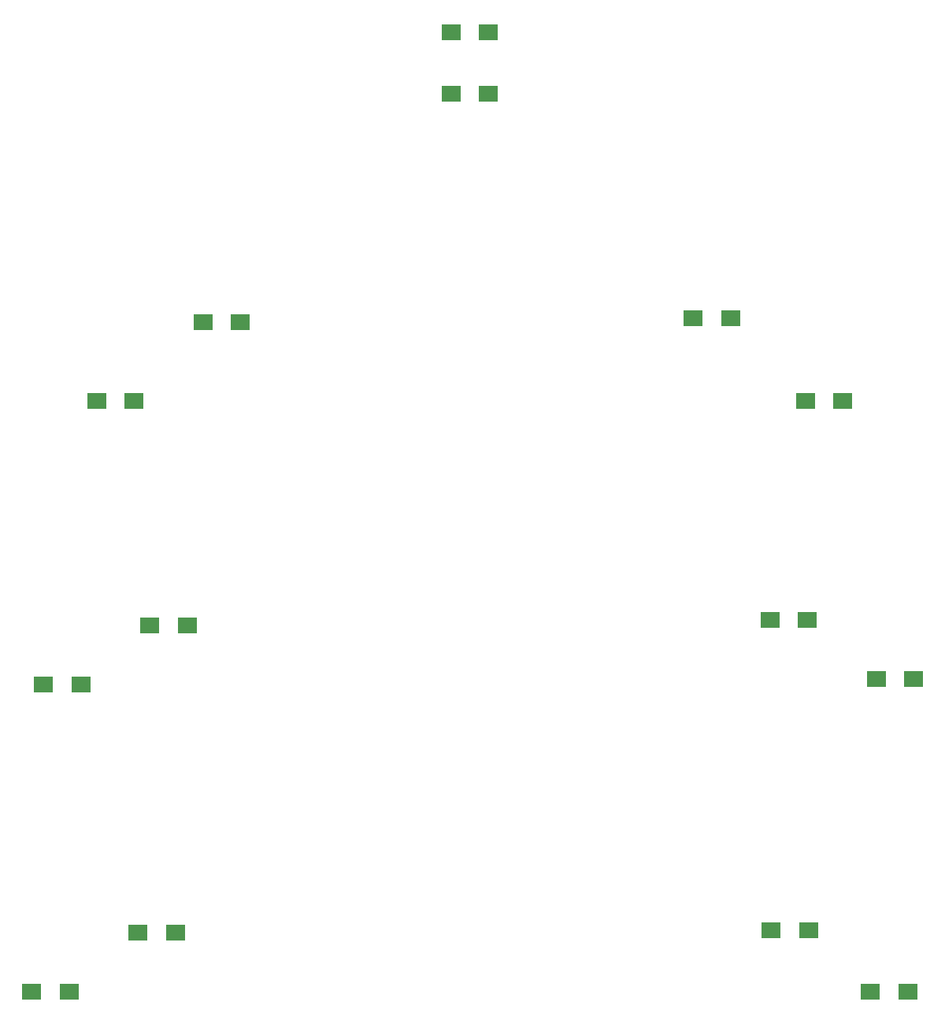
<source format=gbr>
G04 #@! TF.FileFunction,Paste,Bot*
%FSLAX46Y46*%
G04 Gerber Fmt 4.6, Leading zero omitted, Abs format (unit mm)*
G04 Created by KiCad (PCBNEW 4.0.6) date Tuesday, November 14, 2017 'PMt' 08:02:21 PM*
%MOMM*%
%LPD*%
G01*
G04 APERTURE LIST*
%ADD10C,0.100000*%
%ADD11R,2.000000X1.700000*%
G04 APERTURE END LIST*
D10*
D11*
X135350000Y-64770000D03*
X131350000Y-64770000D03*
X49435000Y-95250000D03*
X53435000Y-95250000D03*
X142335000Y-128270000D03*
X138335000Y-128270000D03*
X55150000Y-64770000D03*
X59150000Y-64770000D03*
X142970000Y-94615000D03*
X138970000Y-94615000D03*
X48165000Y-128270000D03*
X52165000Y-128270000D03*
X123285000Y-55880000D03*
X119285000Y-55880000D03*
X60865000Y-88900000D03*
X64865000Y-88900000D03*
X131667000Y-121666000D03*
X127667000Y-121666000D03*
X66580000Y-56261000D03*
X70580000Y-56261000D03*
X131540000Y-88265000D03*
X127540000Y-88265000D03*
X59595000Y-121920000D03*
X63595000Y-121920000D03*
X93250000Y-31750000D03*
X97250000Y-31750000D03*
X93250000Y-25146000D03*
X97250000Y-25146000D03*
M02*

</source>
